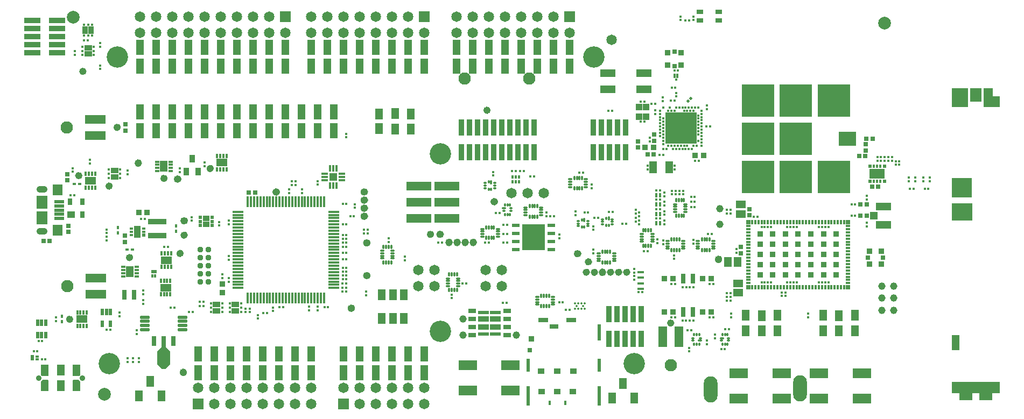
<source format=gts>
G04*
G04 #@! TF.GenerationSoftware,Altium Limited,Altium Designer,21.1.1 (26)*
G04*
G04 Layer_Color=8388736*
%FSLAX24Y24*%
%MOIN*%
G70*
G04*
G04 #@! TF.SameCoordinates,859D0C74-6F1A-4902-9F36-B784FAE930BA*
G04*
G04*
G04 #@! TF.FilePolarity,Negative*
G04*
G01*
G75*
%ADD148C,0.0240*%
%ADD149R,0.0979X0.0610*%
%ADD150R,0.0166X0.0178*%
%ADD151R,0.0178X0.0166*%
%ADD152C,0.0139*%
%ADD153R,0.0926X0.0473*%
%ADD154R,0.0473X0.0454*%
%ADD155R,0.0257X0.0288*%
%ADD156R,0.0355X0.0375*%
%ADD157C,0.0454*%
%ADD158R,0.0434X0.0276*%
%ADD159R,0.0934X0.0462*%
%ADD160O,0.0287X0.0118*%
%ADD161O,0.0118X0.0287*%
%ADD162C,0.0787*%
%ADD163R,0.0462X0.0922*%
%ADD164R,0.0847X0.0847*%
%ADD165R,0.0454X0.0769*%
%ADD166R,0.1949X0.1949*%
%ADD167C,0.0148*%
%ADD168R,0.0359X0.1005*%
%ADD169R,0.0493X0.0257*%
%ADD170R,0.0651X0.0198*%
%ADD171R,0.0651X0.0336*%
%ADD172R,0.0454X0.0690*%
%ADD173R,0.1143X0.0611*%
%ADD174R,0.1312X0.0560*%
%ADD175R,0.0414X0.0336*%
%ADD176R,0.0178X0.0296*%
%ADD177R,0.0237X0.1202*%
%ADD178R,0.0237X0.0808*%
%ADD179R,0.0296X0.0296*%
%ADD180R,0.0355X0.0336*%
%ADD181R,0.0611X0.0257*%
%ADD182R,0.0532X0.0316*%
%ADD183R,0.0237X0.1005*%
%ADD184R,0.1560X0.0560*%
%ADD185R,0.0355X0.0375*%
%ADD186O,0.0157X0.0689*%
%ADD187O,0.0689X0.0157*%
%ADD188R,0.0454X0.0395*%
%ADD189R,0.0296X0.0395*%
%ADD190R,0.0592X0.0217*%
%ADD191R,0.0670X0.0808*%
%ADD192R,0.0611X0.0690*%
%ADD193R,0.0380X0.0360*%
%ADD194R,0.0375X0.0355*%
%ADD195R,0.0288X0.0257*%
%ADD196R,0.0150X0.0130*%
%ADD197R,0.0360X0.0380*%
%ADD198C,0.0138*%
%ADD199R,0.0257X0.0316*%
%ADD200R,0.0493X0.0611*%
%ADD201C,0.0370*%
%ADD202R,0.0316X0.0257*%
%ADD203R,0.0157X0.0252*%
%ADD204R,0.0354X0.0354*%
%ADD205R,0.0252X0.0252*%
%ADD206R,0.0252X0.0157*%
%ADD207R,0.0157X0.0157*%
%ADD208R,0.0242X0.0207*%
%ADD209R,0.0148X0.0207*%
%ADD210O,0.0265X0.0132*%
%ADD211O,0.0132X0.0265*%
%ADD212O,0.0132X0.0304*%
%ADD213R,0.0505X0.0505*%
%ADD214O,0.0434X0.0158*%
%ADD215O,0.0158X0.0434*%
%ADD216R,0.0395X0.0434*%
%ADD217R,0.0316X0.0198*%
%ADD218R,0.0453X0.0323*%
%ADD219R,0.0157X0.0177*%
%ADD220R,0.0256X0.0276*%
%ADD221C,0.0651*%
%ADD222R,0.0296X0.0257*%
%ADD223R,0.0158X0.0296*%
%ADD224R,0.0406X0.0323*%
%ADD225R,0.0220X0.0209*%
%ADD226R,0.0414X0.0769*%
%ADD227R,0.0237X0.0158*%
%ADD228R,0.0237X0.0198*%
%ADD229R,0.1123X0.0375*%
%ADD230R,0.0158X0.0202*%
%ADD231R,0.0257X0.0296*%
%ADD232R,0.0198X0.0414*%
%ADD233O,0.0611X0.0217*%
%ADD234R,0.0296X0.0611*%
%ADD235R,0.0296X0.0729*%
%ADD236R,0.0209X0.0150*%
%ADD237R,0.0209X0.0327*%
%ADD238R,0.0257X0.0257*%
%ADD239R,0.0146X0.0157*%
%ADD240R,0.0150X0.0209*%
%ADD241R,0.0327X0.0209*%
%ADD242R,0.0360X0.0460*%
%ADD243R,0.0157X0.0146*%
%ADD244R,0.0202X0.0158*%
%ADD245R,0.0690X0.0454*%
%ADD246R,0.0158X0.0296*%
%ADD247R,0.0157X0.0244*%
%ADD248R,0.0157X0.0232*%
%ADD249R,0.1063X0.0866*%
%ADD250R,0.2047X0.2047*%
%ADD251R,0.0513X0.0237*%
%ADD252R,0.1399X0.1635*%
%ADD253R,0.0560X0.1312*%
%ADD254O,0.0304X0.0132*%
%ADD255R,0.0118X0.0177*%
%ADD256R,0.0611X0.0493*%
%ADD257R,0.0323X0.0453*%
%ADD258R,0.0177X0.0157*%
G04:AMPARAMS|DCode=259|XSize=15.7mil|YSize=14.6mil|CornerRadius=0mil|HoleSize=0mil|Usage=FLASHONLY|Rotation=315.000|XOffset=0mil|YOffset=0mil|HoleType=Round|Shape=Rectangle|*
%AMROTATEDRECTD259*
4,1,4,-0.0107,0.0004,-0.0004,0.0107,0.0107,-0.0004,0.0004,-0.0107,-0.0107,0.0004,0.0*
%
%ADD259ROTATEDRECTD259*%

%ADD260R,0.0454X0.0690*%
%ADD261R,0.0296X0.0158*%
%ADD262R,0.1005X0.0359*%
%ADD263R,0.0454X0.0690*%
%ADD264C,0.0761*%
%ADD265R,0.0651X0.0651*%
%ADD266O,0.0690X0.0414*%
%ADD267C,0.0354*%
%ADD268O,0.0847X0.1635*%
%ADD269C,0.1320*%
G36*
X59502Y19219D02*
X58832D01*
Y20046D01*
X59502D01*
Y19219D01*
D02*
G37*
G36*
X60210Y19554D02*
X60637D01*
Y18904D01*
X59659D01*
Y20046D01*
X60210D01*
Y19554D01*
D02*
G37*
G36*
X58675Y18904D02*
X57691D01*
Y20046D01*
X58675D01*
Y18904D01*
D02*
G37*
G36*
X58931Y13274D02*
X57691D01*
Y14495D01*
X58931D01*
Y13274D01*
D02*
G37*
G36*
X58950Y11845D02*
X57691D01*
Y12920D01*
X58950D01*
Y11845D01*
D02*
G37*
G36*
X58163Y3806D02*
X57691D01*
Y4751D01*
X58163D01*
Y3806D01*
D02*
G37*
G36*
X3686Y2918D02*
X3690Y2916D01*
X3695Y2915D01*
X3697Y2913D01*
X3699Y2912D01*
X3702Y2909D01*
Y2909D01*
X3702D01*
X3705Y2905D01*
X3706Y2904D01*
X3708Y2901D01*
X3710Y2897D01*
X3711Y2893D01*
X3711Y2888D01*
D01*
Y2888D01*
X3711Y2322D01*
X3711Y2317D01*
X3710Y2312D01*
X3708Y2308D01*
X3706Y2305D01*
X3705Y2304D01*
X3702Y2300D01*
X3639Y2237D01*
X3635Y2234D01*
X3631Y2231D01*
X3629Y2230D01*
X3627Y2229D01*
X3622Y2228D01*
X3617Y2228D01*
X3287Y2228D01*
X3287D01*
X3287D01*
X3283Y2228D01*
X3278Y2229D01*
X3276Y2230D01*
X3274Y2231D01*
X3270Y2234D01*
X3266Y2237D01*
Y2237D01*
X3266D01*
X3263Y2240D01*
X3261Y2244D01*
X3260Y2247D01*
X3259Y2249D01*
X3258Y2253D01*
X3257Y2258D01*
Y2258D01*
Y2258D01*
Y2888D01*
X3258Y2893D01*
X3259Y2897D01*
X3261Y2901D01*
X3263Y2905D01*
X3266Y2909D01*
X3270Y2912D01*
X3274Y2915D01*
X3278Y2916D01*
X3283Y2918D01*
X3287Y2918D01*
X3681D01*
D01*
X3681D01*
X3686Y2918D01*
D02*
G37*
G36*
X1717D02*
X1722Y2916D01*
X1726Y2915D01*
X1730Y2912D01*
X1734Y2909D01*
X1737Y2905D01*
X1739Y2901D01*
X1741Y2897D01*
X1742Y2893D01*
X1743Y2888D01*
Y2258D01*
Y2258D01*
Y2258D01*
X1742Y2253D01*
X1741Y2249D01*
X1740Y2247D01*
X1739Y2244D01*
X1737Y2240D01*
X1734Y2237D01*
X1734D01*
Y2237D01*
X1730Y2234D01*
X1726Y2231D01*
X1724Y2230D01*
X1722Y2229D01*
X1717Y2228D01*
X1713Y2228D01*
X1713D01*
X1713D01*
X1383Y2228D01*
X1378Y2228D01*
X1373Y2229D01*
X1371Y2230D01*
X1369Y2231D01*
X1365Y2234D01*
X1361Y2237D01*
X1298Y2300D01*
X1295Y2304D01*
X1294Y2305D01*
X1292Y2308D01*
X1290Y2312D01*
X1289Y2317D01*
X1289Y2322D01*
X1289Y2888D01*
Y2888D01*
D01*
X1289Y2893D01*
X1290Y2897D01*
X1292Y2901D01*
X1294Y2904D01*
X1295Y2905D01*
X1298Y2909D01*
X1298D01*
Y2909D01*
X1301Y2912D01*
X1303Y2913D01*
X1305Y2915D01*
X1310Y2916D01*
X1314Y2918D01*
X1319Y2918D01*
X1319D01*
D01*
X1713D01*
X1717Y2918D01*
D02*
G37*
G36*
X9000Y4024D02*
X9005Y4023D01*
X9009Y4021D01*
X9013Y4019D01*
X9017Y4016D01*
X9273Y3760D01*
X9276Y3756D01*
X9278Y3752D01*
X9280Y3748D01*
X9281Y3743D01*
X9281Y3738D01*
Y2951D01*
X9281Y2946D01*
X9280Y2942D01*
X9278Y2937D01*
X9276Y2933D01*
X9273Y2930D01*
X9017Y2674D01*
X9013Y2671D01*
X9009Y2668D01*
X9005Y2667D01*
X9000Y2665D01*
X8995Y2665D01*
X8759D01*
X8754Y2665D01*
X8750Y2667D01*
X8745Y2668D01*
X8741Y2671D01*
X8738Y2674D01*
X8482Y2930D01*
X8479Y2933D01*
X8476Y2937D01*
X8475Y2942D01*
X8473Y2946D01*
X8473Y2951D01*
Y3738D01*
X8473Y3743D01*
X8475Y3748D01*
X8476Y3752D01*
X8479Y3756D01*
X8482Y3760D01*
X8738Y4016D01*
X8741Y4019D01*
X8745Y4021D01*
X8750Y4023D01*
X8754Y4024D01*
X8759Y4024D01*
X8995D01*
X9000Y4024D01*
D02*
G37*
G36*
X3617Y1973D02*
X3622Y1973D01*
X3627Y1972D01*
X3629Y1971D01*
X3631Y1970D01*
X3635Y1967D01*
X3639Y1964D01*
X3702Y1901D01*
X3705Y1897D01*
X3706Y1895D01*
X3708Y1893D01*
X3710Y1889D01*
X3711Y1884D01*
X3711Y1879D01*
X3711Y1313D01*
Y1313D01*
D01*
X3711Y1308D01*
X3710Y1304D01*
X3708Y1299D01*
X3706Y1297D01*
X3705Y1295D01*
X3702Y1292D01*
X3702D01*
Y1292D01*
X3699Y1289D01*
X3697Y1288D01*
X3695Y1286D01*
X3690Y1284D01*
X3686Y1283D01*
X3681Y1283D01*
X3681D01*
D01*
X3287D01*
X3283Y1283D01*
X3278Y1284D01*
X3274Y1286D01*
X3270Y1289D01*
X3266Y1292D01*
X3263Y1295D01*
X3261Y1299D01*
X3259Y1304D01*
X3258Y1308D01*
X3257Y1313D01*
Y1943D01*
Y1943D01*
Y1943D01*
X3258Y1948D01*
X3259Y1952D01*
X3260Y1954D01*
X3261Y1957D01*
X3263Y1961D01*
X3266Y1964D01*
X3266D01*
Y1964D01*
X3270Y1967D01*
X3274Y1970D01*
X3276Y1971D01*
X3278Y1972D01*
X3283Y1973D01*
X3287Y1973D01*
X3287D01*
X3287D01*
X3617Y1973D01*
D02*
G37*
G36*
X1717Y1973D02*
X1722Y1972D01*
X1724Y1971D01*
X1726Y1970D01*
X1730Y1967D01*
X1734Y1964D01*
Y1964D01*
X1734D01*
X1737Y1961D01*
X1739Y1957D01*
X1740Y1954D01*
X1741Y1952D01*
X1742Y1948D01*
X1743Y1943D01*
Y1943D01*
Y1943D01*
Y1313D01*
X1742Y1308D01*
X1741Y1304D01*
X1739Y1299D01*
X1737Y1295D01*
X1734Y1292D01*
X1730Y1289D01*
X1726Y1286D01*
X1722Y1284D01*
X1717Y1283D01*
X1713Y1283D01*
X1319D01*
D01*
X1319D01*
X1314Y1283D01*
X1310Y1284D01*
X1305Y1286D01*
X1303Y1288D01*
X1301Y1289D01*
X1298Y1292D01*
Y1292D01*
X1298D01*
X1295Y1295D01*
X1294Y1297D01*
X1292Y1299D01*
X1290Y1304D01*
X1289Y1308D01*
X1289Y1313D01*
D01*
Y1313D01*
X1289Y1879D01*
X1289Y1884D01*
X1290Y1889D01*
X1292Y1893D01*
X1294Y1895D01*
X1295Y1897D01*
X1298Y1901D01*
X1361Y1964D01*
X1365Y1967D01*
X1369Y1970D01*
X1371Y1971D01*
X1373Y1972D01*
X1378Y1973D01*
X1383Y1973D01*
X1713Y1973D01*
X1713D01*
X1713D01*
X1717Y1973D01*
D02*
G37*
G36*
X60643Y1148D02*
X60171D01*
Y715D01*
X59384D01*
Y1148D01*
X58950D01*
Y715D01*
X58163D01*
Y1148D01*
X57691D01*
Y1857D01*
X60643D01*
Y1148D01*
D02*
G37*
D148*
X6110Y17631D02*
G03*
X6110Y17631I-110J0D01*
G01*
X7419Y15424D02*
G03*
X7419Y15424I-110J0D01*
G01*
Y15402D02*
G03*
X7419Y15402I-110J0D01*
G01*
X36160Y8639D02*
G03*
X36160Y8639I-110J0D01*
G01*
Y8661D02*
G03*
X36160Y8661I-110J0D01*
G01*
X10271Y11844D02*
G03*
X10271Y11844I-110J0D01*
G01*
X10249D02*
G03*
X10249Y11844I-110J0D01*
G01*
X10006Y9817D02*
G03*
X10006Y9817I-110J0D01*
G01*
X9867Y14424D02*
G03*
X9867Y14424I-110J0D01*
G01*
X9845D02*
G03*
X9845Y14424I-110J0D01*
G01*
X3735Y14639D02*
G03*
X3735Y14639I-110J0D01*
G01*
X34609Y9800D02*
G03*
X34609Y9800I-110J0D01*
G01*
X34631D02*
G03*
X34631Y9800I-110J0D01*
G01*
X40387Y5502D02*
G03*
X40387Y5502I-110J0D01*
G01*
X29470Y13022D02*
G03*
X29470Y13022I-110J0D01*
G01*
X29448D02*
G03*
X29448Y13022I-110J0D01*
G01*
X43348Y9461D02*
G03*
X43348Y9461I-110J0D01*
G01*
Y9439D02*
G03*
X43348Y9439I-110J0D01*
G01*
X35660Y8649D02*
G03*
X35660Y8649I-110J0D01*
G01*
X36660Y8651D02*
G03*
X36660Y8651I-110J0D01*
G01*
X37660D02*
G03*
X37660Y8651I-110J0D01*
G01*
X37160D02*
G03*
X37160Y8651I-110J0D01*
G01*
X35160D02*
G03*
X35160Y8651I-110J0D01*
G01*
X29011Y18690D02*
G03*
X29011Y18690I-110J0D01*
G01*
X9011Y14470D02*
G03*
X9011Y14470I-110J0D01*
G01*
X11870Y15081D02*
G03*
X11870Y15081I-110J0D01*
G01*
X6879Y9560D02*
G03*
X6879Y9560I-110J0D01*
G01*
X3170Y5739D02*
G03*
X3170Y5739I-110J0D01*
G01*
X10210Y2439D02*
G03*
X10210Y2439I-110J0D01*
G01*
Y2461D02*
G03*
X10210Y2461I-110J0D01*
G01*
X10259Y10950D02*
G03*
X10259Y10950I-110J0D01*
G01*
X26660Y10511D02*
G03*
X26660Y10511I-110J0D01*
G01*
Y10489D02*
G03*
X26660Y10489I-110J0D01*
G01*
X27160Y10511D02*
G03*
X27160Y10511I-110J0D01*
G01*
Y10489D02*
G03*
X27160Y10489I-110J0D01*
G01*
X27660Y10511D02*
G03*
X27660Y10511I-110J0D01*
G01*
Y10489D02*
G03*
X27660Y10489I-110J0D01*
G01*
X28160Y10511D02*
G03*
X28160Y10511I-110J0D01*
G01*
Y10489D02*
G03*
X28160Y10489I-110J0D01*
G01*
X21561Y10474D02*
G03*
X21561Y10474I-110J0D01*
G01*
X21583D02*
G03*
X21583Y10474I-110J0D01*
G01*
X21401Y12120D02*
G03*
X21401Y12120I-110J0D01*
G01*
X21423D02*
G03*
X21423Y12120I-110J0D01*
G01*
X15948Y13622D02*
G03*
X15948Y13622I-110J0D01*
G01*
X15970D02*
G03*
X15970Y13622I-110J0D01*
G01*
X21401Y12620D02*
G03*
X21401Y12620I-110J0D01*
G01*
X21423D02*
G03*
X21423Y12620I-110J0D01*
G01*
X21401Y13120D02*
G03*
X21401Y13120I-110J0D01*
G01*
X21423D02*
G03*
X21423Y13120I-110J0D01*
G01*
X21401Y13628D02*
G03*
X21401Y13628I-110J0D01*
G01*
X21423D02*
G03*
X21423Y13628I-110J0D01*
G01*
X21561Y8445D02*
G03*
X21561Y8445I-110J0D01*
G01*
X21583D02*
G03*
X21583Y8445I-110J0D01*
G01*
X20599Y6420D02*
G03*
X20599Y6420I-110J0D01*
G01*
X20621D02*
G03*
X20621Y6420I-110J0D01*
G01*
X26121Y11000D02*
G03*
X26121Y11000I-110J0D01*
G01*
X26099D02*
G03*
X26099Y11000I-110J0D01*
G01*
X25509D02*
G03*
X25509Y11000I-110J0D01*
G01*
X3990Y21101D02*
G03*
X3990Y21101I-110J0D01*
G01*
X5616Y13990D02*
G03*
X5616Y13990I-110J0D01*
G01*
X35291Y9296D02*
G03*
X35291Y9296I-110J0D01*
G01*
D149*
X53050Y14750D02*
D03*
D150*
X29915Y10480D02*
D03*
X30140D02*
D03*
Y11599D02*
D03*
X29915D02*
D03*
X41411Y24263D02*
D03*
X41187Y24263D02*
D03*
X40726Y21151D02*
D03*
X40501D02*
D03*
X10458Y6190D02*
D03*
X10682D02*
D03*
X31588Y14580D02*
D03*
X31812D02*
D03*
X38522Y7410D02*
D03*
X38298D02*
D03*
X28788Y10480D02*
D03*
X45652Y12090D02*
D03*
X45428D02*
D03*
X55322Y13826D02*
D03*
X43746Y7343D02*
D03*
X43970D02*
D03*
X42907Y5854D02*
D03*
X42682D02*
D03*
X42907Y7921D02*
D03*
X42682D02*
D03*
X40545Y5854D02*
D03*
X40320D02*
D03*
X40545Y7921D02*
D03*
X40320D02*
D03*
X41232Y5650D02*
D03*
X41008D02*
D03*
X41672D02*
D03*
X41448D02*
D03*
X41012Y7717D02*
D03*
X41237D02*
D03*
X41452D02*
D03*
X41677D02*
D03*
X43408Y3890D02*
D03*
X43632D02*
D03*
X31182Y14920D02*
D03*
X30958D02*
D03*
X41762Y12690D02*
D03*
X41538D02*
D03*
X41762Y13010D02*
D03*
X41538D02*
D03*
X41762Y13330D02*
D03*
X41538D02*
D03*
X21288Y11065D02*
D03*
X21512D02*
D03*
X21288Y11300D02*
D03*
X21512D02*
D03*
X20194Y11615D02*
D03*
X19969D02*
D03*
X20194Y10947D02*
D03*
X19969D02*
D03*
X20194Y10710D02*
D03*
X19969D02*
D03*
X20194Y10474D02*
D03*
X19969D02*
D03*
X20194Y9843D02*
D03*
X19969D02*
D03*
Y9449D02*
D03*
X20194D02*
D03*
Y8919D02*
D03*
X19969D02*
D03*
X20194Y8682D02*
D03*
X19969D02*
D03*
X20194Y8445D02*
D03*
X19969D02*
D03*
X20194Y8208D02*
D03*
X19969D02*
D03*
X19966Y7950D02*
D03*
X20190D02*
D03*
X19966Y7700D02*
D03*
X20190D02*
D03*
X19966Y7454D02*
D03*
X20190D02*
D03*
X9152Y10210D02*
D03*
X8928D02*
D03*
X1338Y3250D02*
D03*
X1562D02*
D03*
X11351Y6813D02*
D03*
X11127D02*
D03*
X1062Y3750D02*
D03*
X838D02*
D03*
X9318Y6440D02*
D03*
X9542D02*
D03*
X39612Y13720D02*
D03*
X39388D02*
D03*
X39612Y13140D02*
D03*
X39388D02*
D03*
X39612Y12560D02*
D03*
X39388D02*
D03*
X39612Y11980D02*
D03*
X39388D02*
D03*
X43872Y5130D02*
D03*
X43648D02*
D03*
X41318Y5050D02*
D03*
X41542D02*
D03*
X36418Y18670D02*
D03*
X36642D02*
D03*
X27388Y7970D02*
D03*
X27612D02*
D03*
X34618Y14830D02*
D03*
X34842D02*
D03*
X25888Y10500D02*
D03*
X26112D02*
D03*
X20194Y12902D02*
D03*
X19969D02*
D03*
X37298Y11640D02*
D03*
X37522D02*
D03*
X35772Y12010D02*
D03*
X35548D02*
D03*
X29012Y10480D02*
D03*
X42578Y11010D02*
D03*
X42802D02*
D03*
X41777Y15542D02*
D03*
X42002D02*
D03*
X55098Y13826D02*
D03*
X3948Y23010D02*
D03*
X4172D02*
D03*
X15282Y6120D02*
D03*
X15058D02*
D03*
X20438Y12124D02*
D03*
X20662D02*
D03*
D151*
X33386Y10750D02*
D03*
Y10975D02*
D03*
X54203Y15310D02*
D03*
Y15534D02*
D03*
X56332Y14511D02*
D03*
X56332Y14286D02*
D03*
X40600Y19548D02*
D03*
Y19772D02*
D03*
X40590Y13702D02*
D03*
Y13478D02*
D03*
X2220Y5638D02*
D03*
Y5863D02*
D03*
X4325Y15623D02*
D03*
Y15398D02*
D03*
X47150Y7402D02*
D03*
Y7178D02*
D03*
X41430Y3747D02*
D03*
Y3972D02*
D03*
X38010Y8188D02*
D03*
Y8412D02*
D03*
Y8862D02*
D03*
Y8638D02*
D03*
X13960Y6178D02*
D03*
Y6402D02*
D03*
X20170Y17232D02*
D03*
Y17008D02*
D03*
X53524Y15566D02*
D03*
Y15790D02*
D03*
X7600Y7288D02*
D03*
Y7513D02*
D03*
Y6913D02*
D03*
Y6688D02*
D03*
X7334Y3318D02*
D03*
Y3094D02*
D03*
X6980Y3088D02*
D03*
Y3313D02*
D03*
X6650Y3088D02*
D03*
Y3313D02*
D03*
X6152Y6163D02*
D03*
Y5938D02*
D03*
X5363Y11303D02*
D03*
Y11078D02*
D03*
Y10863D02*
D03*
Y10638D02*
D03*
X10606Y12067D02*
D03*
Y11843D02*
D03*
X12300Y11543D02*
D03*
Y11767D02*
D03*
X38330Y12128D02*
D03*
Y12352D02*
D03*
X38100Y12512D02*
D03*
Y12288D02*
D03*
X38330Y11618D02*
D03*
Y11842D02*
D03*
X38100Y12022D02*
D03*
Y11798D02*
D03*
X39440Y10692D02*
D03*
Y10468D02*
D03*
X40480Y9478D02*
D03*
Y9702D02*
D03*
X40820Y13702D02*
D03*
Y13478D02*
D03*
X40360Y13478D02*
D03*
Y13702D02*
D03*
X54429Y15534D02*
D03*
Y15310D02*
D03*
X14220Y6402D02*
D03*
Y6178D02*
D03*
X35470Y11502D02*
D03*
Y11278D02*
D03*
X34380Y12188D02*
D03*
Y12412D02*
D03*
X14730Y6002D02*
D03*
Y5778D02*
D03*
X21400Y7238D02*
D03*
Y7463D02*
D03*
X6635Y14956D02*
D03*
Y14732D02*
D03*
X16824Y14059D02*
D03*
Y14283D02*
D03*
X17061Y14059D02*
D03*
Y14283D02*
D03*
X15663Y6246D02*
D03*
Y6471D02*
D03*
X12500Y8288D02*
D03*
Y8512D02*
D03*
X3396Y22353D02*
D03*
Y22128D02*
D03*
X4955Y21242D02*
D03*
Y21467D02*
D03*
X4946Y22638D02*
D03*
Y22863D02*
D03*
X18419Y6521D02*
D03*
Y6296D02*
D03*
X17875Y6521D02*
D03*
Y6296D02*
D03*
X23800Y9388D02*
D03*
Y9613D02*
D03*
X20700Y12642D02*
D03*
Y12867D02*
D03*
X48782Y5855D02*
D03*
Y6080D02*
D03*
X44004Y5856D02*
D03*
Y6080D02*
D03*
D152*
X6000Y17507D02*
D03*
Y17753D02*
D03*
X7309Y15546D02*
D03*
Y15280D02*
D03*
X36050Y8517D02*
D03*
Y8783D02*
D03*
X10283Y11844D02*
D03*
X10017D02*
D03*
X9896Y9941D02*
D03*
Y9695D02*
D03*
X9879Y14424D02*
D03*
X9613D02*
D03*
X3625Y14763D02*
D03*
Y14517D02*
D03*
X34377Y9800D02*
D03*
X34643D02*
D03*
X40399Y5502D02*
D03*
X40153D02*
D03*
X29482Y13022D02*
D03*
X29216D02*
D03*
X43238Y9317D02*
D03*
Y9583D02*
D03*
X35550Y8527D02*
D03*
Y8773D02*
D03*
X36550D02*
D03*
Y8527D02*
D03*
X37550Y8773D02*
D03*
Y8527D02*
D03*
X37050Y8773D02*
D03*
Y8527D02*
D03*
X35050Y8773D02*
D03*
Y8527D02*
D03*
X29023Y18690D02*
D03*
X28777D02*
D03*
X9023Y14470D02*
D03*
X8777D02*
D03*
X11760Y14957D02*
D03*
Y15203D02*
D03*
X6647Y9560D02*
D03*
X6893D02*
D03*
X3060Y5617D02*
D03*
Y5863D02*
D03*
X10100Y2317D02*
D03*
Y2583D02*
D03*
X10273Y10950D02*
D03*
X10027D02*
D03*
X26550Y10633D02*
D03*
Y10367D02*
D03*
X27050Y10633D02*
D03*
Y10367D02*
D03*
X27550Y10633D02*
D03*
Y10367D02*
D03*
X28050Y10633D02*
D03*
Y10367D02*
D03*
X21329Y10474D02*
D03*
X21595D02*
D03*
X21169Y12120D02*
D03*
X21435D02*
D03*
X15716Y13622D02*
D03*
X15982D02*
D03*
X21169Y12620D02*
D03*
X21435D02*
D03*
X21169Y13120D02*
D03*
X21435D02*
D03*
X21169Y13628D02*
D03*
X21435D02*
D03*
X21329Y8445D02*
D03*
X21595D02*
D03*
X20367Y6420D02*
D03*
X20633D02*
D03*
X26133Y11000D02*
D03*
X25867D02*
D03*
X25277D02*
D03*
X25523D02*
D03*
X3880Y20977D02*
D03*
Y21223D02*
D03*
X5382Y13990D02*
D03*
X5628D02*
D03*
X35057Y9296D02*
D03*
X35303D02*
D03*
D153*
X53437Y12738D02*
D03*
Y11577D02*
D03*
D154*
X52837Y12157D02*
D03*
D155*
X40501Y22327D02*
D03*
Y21414D02*
D03*
D156*
X40905Y22244D02*
D03*
X40098D02*
D03*
Y21496D02*
D03*
X40905Y21496D02*
D03*
D157*
X53346Y7799D02*
D03*
X27407Y5740D02*
D03*
Y4740D02*
D03*
X53346Y6299D02*
D03*
X54096D02*
D03*
X53346Y7049D02*
D03*
X54096D02*
D03*
Y7799D02*
D03*
X43307Y11614D02*
D03*
Y12598D02*
D03*
X30707Y4740D02*
D03*
D158*
X43255Y24263D02*
D03*
Y24775D02*
D03*
X42073Y24263D02*
D03*
Y24775D02*
D03*
D159*
X38612Y21000D02*
D03*
X36388D02*
D03*
X38612Y20000D02*
D03*
X36388D02*
D03*
D160*
X35029Y14406D02*
D03*
Y14249D02*
D03*
Y14091D02*
D03*
Y13934D02*
D03*
X34065D02*
D03*
Y14091D02*
D03*
Y14249D02*
D03*
Y14406D02*
D03*
X40082Y10112D02*
D03*
Y10270D02*
D03*
Y10427D02*
D03*
Y10585D02*
D03*
X41047D02*
D03*
Y10427D02*
D03*
Y10270D02*
D03*
Y10112D02*
D03*
X26475Y7799D02*
D03*
Y7956D02*
D03*
Y8114D02*
D03*
Y8271D02*
D03*
X27125D02*
D03*
Y8114D02*
D03*
Y7956D02*
D03*
Y7799D02*
D03*
X32262Y12666D02*
D03*
Y12509D02*
D03*
Y12351D02*
D03*
Y12194D02*
D03*
X31298D02*
D03*
Y12351D02*
D03*
Y12509D02*
D03*
Y12666D02*
D03*
X28613Y11181D02*
D03*
X38485Y10544D02*
D03*
Y10701D02*
D03*
Y10859D02*
D03*
Y11016D02*
D03*
X39135Y11016D02*
D03*
Y10859D02*
D03*
Y10701D02*
D03*
Y10544D02*
D03*
X41185Y12866D02*
D03*
Y12709D02*
D03*
Y12551D02*
D03*
Y12394D02*
D03*
X40535D02*
D03*
X40535Y12551D02*
D03*
Y12709D02*
D03*
Y12866D02*
D03*
X32982Y7116D02*
D03*
Y6958D02*
D03*
Y6801D02*
D03*
Y6643D02*
D03*
X32018D02*
D03*
Y6801D02*
D03*
Y6958D02*
D03*
Y7116D02*
D03*
X35804Y9346D02*
D03*
Y9503D02*
D03*
Y9661D02*
D03*
Y9818D02*
D03*
X36769D02*
D03*
Y9661D02*
D03*
Y9503D02*
D03*
Y9346D02*
D03*
X23059Y9983D02*
D03*
Y9826D02*
D03*
Y9668D02*
D03*
Y9511D02*
D03*
X22410D02*
D03*
Y9668D02*
D03*
Y9826D02*
D03*
Y9983D02*
D03*
X29578Y11339D02*
D03*
Y11181D02*
D03*
Y11024D02*
D03*
Y10866D02*
D03*
X28613D02*
D03*
Y11024D02*
D03*
Y11339D02*
D03*
X41965Y10112D02*
D03*
Y10270D02*
D03*
Y10427D02*
D03*
Y10585D02*
D03*
X42930D02*
D03*
Y10427D02*
D03*
Y10270D02*
D03*
Y10112D02*
D03*
D161*
X34783Y13845D02*
D03*
X34626D02*
D03*
X34468D02*
D03*
X34311D02*
D03*
Y14495D02*
D03*
X34468D02*
D03*
X34626D02*
D03*
X34783D02*
D03*
X40328Y10673D02*
D03*
X40486D02*
D03*
X40643D02*
D03*
X40800D02*
D03*
Y10024D02*
D03*
X40643D02*
D03*
X40486D02*
D03*
X40328D02*
D03*
X27036Y7553D02*
D03*
X26879D02*
D03*
X26721D02*
D03*
X26564D02*
D03*
Y8517D02*
D03*
X26721D02*
D03*
X26879D02*
D03*
X27036D02*
D03*
X32016Y12105D02*
D03*
X31859D02*
D03*
X31701D02*
D03*
X31544D02*
D03*
Y12755D02*
D03*
X31701Y12755D02*
D03*
X31859D02*
D03*
X32016D02*
D03*
X39046Y10298D02*
D03*
X38889D02*
D03*
X38731D02*
D03*
X38574D02*
D03*
Y11262D02*
D03*
X38731D02*
D03*
X38889D02*
D03*
X39046D02*
D03*
X40624Y13112D02*
D03*
X40781D02*
D03*
X40939D02*
D03*
X41096D02*
D03*
Y12148D02*
D03*
X40939D02*
D03*
X40781D02*
D03*
X40624D02*
D03*
X32736Y6555D02*
D03*
X32579D02*
D03*
X32421D02*
D03*
X32264D02*
D03*
Y7204D02*
D03*
X32421D02*
D03*
X32579D02*
D03*
X32736D02*
D03*
X36050Y9907D02*
D03*
X36208D02*
D03*
X36365D02*
D03*
X36523D02*
D03*
Y9257D02*
D03*
X36365D02*
D03*
X36208D02*
D03*
X36050D02*
D03*
X22498Y10229D02*
D03*
X22656D02*
D03*
X22813D02*
D03*
X22971D02*
D03*
Y9265D02*
D03*
X22813D02*
D03*
X22656D02*
D03*
X22498D02*
D03*
X29332Y10778D02*
D03*
X29174D02*
D03*
X29017D02*
D03*
X28859D02*
D03*
Y11427D02*
D03*
X29017D02*
D03*
X29174D02*
D03*
X29332D02*
D03*
X42211Y10673D02*
D03*
X42369D02*
D03*
X42526D02*
D03*
X42684D02*
D03*
Y10024D02*
D03*
X42526D02*
D03*
X42369D02*
D03*
X42211D02*
D03*
D162*
X3282Y24450D02*
D03*
X5200Y1100D02*
D03*
X53500Y24100D02*
D03*
D163*
X31000Y21424D02*
D03*
Y22577D02*
D03*
X27000Y21424D02*
D03*
X30000D02*
D03*
X29000Y21424D02*
D03*
X34000Y21424D02*
D03*
X33000D02*
D03*
X27000Y22577D02*
D03*
X30000D02*
D03*
X29000D02*
D03*
X34000D02*
D03*
X33000D02*
D03*
X28000Y21424D02*
D03*
X32000D02*
D03*
X28000Y22577D02*
D03*
X32000D02*
D03*
X7400Y21424D02*
D03*
X13400D02*
D03*
X7400Y22577D02*
D03*
X13400D02*
D03*
X8400Y21424D02*
D03*
X9400Y21424D02*
D03*
X11400D02*
D03*
X12400D02*
D03*
X15400D02*
D03*
X16400D02*
D03*
X8400Y22577D02*
D03*
X9400D02*
D03*
X11400D02*
D03*
X12400D02*
D03*
X15400D02*
D03*
X16400D02*
D03*
X10400Y21424D02*
D03*
X14400Y21424D02*
D03*
X10400Y22577D02*
D03*
X14400D02*
D03*
X14000Y3577D02*
D03*
Y2424D02*
D03*
X18000Y3577D02*
D03*
X15000D02*
D03*
X16000Y3577D02*
D03*
X11000Y3577D02*
D03*
X12000D02*
D03*
X18000Y2424D02*
D03*
X15000D02*
D03*
X16000D02*
D03*
X11000D02*
D03*
X12000D02*
D03*
X17000Y3577D02*
D03*
X13000D02*
D03*
X17000Y2424D02*
D03*
X13000D02*
D03*
X23000Y3577D02*
D03*
X23000Y2424D02*
D03*
X25000Y3577D02*
D03*
X24000D02*
D03*
X21000D02*
D03*
X20000D02*
D03*
X25000Y2424D02*
D03*
X24000D02*
D03*
X21000D02*
D03*
X20000D02*
D03*
X22000Y3577D02*
D03*
Y2424D02*
D03*
X19400Y18577D02*
D03*
Y17424D02*
D03*
X18400Y18577D02*
D03*
Y17424D02*
D03*
X17400Y18577D02*
D03*
Y17424D02*
D03*
X13400Y18577D02*
D03*
Y17424D02*
D03*
X14400Y18577D02*
D03*
Y17424D02*
D03*
X8400Y18577D02*
D03*
Y17424D02*
D03*
X9400D02*
D03*
Y18577D02*
D03*
X10400Y17424D02*
D03*
Y18577D02*
D03*
X12400Y17424D02*
D03*
Y18577D02*
D03*
X11400Y17424D02*
D03*
Y18577D02*
D03*
X7400D02*
D03*
Y17424D02*
D03*
X16400D02*
D03*
Y18577D02*
D03*
X15400Y17424D02*
D03*
Y18577D02*
D03*
X22000Y21424D02*
D03*
Y22577D02*
D03*
X18000Y21424D02*
D03*
X21000D02*
D03*
X20000Y21424D02*
D03*
X25000Y21424D02*
D03*
X24000D02*
D03*
X18000Y22577D02*
D03*
X21000D02*
D03*
X20000D02*
D03*
X25000D02*
D03*
X24000D02*
D03*
X19000Y21424D02*
D03*
X23000D02*
D03*
X19000Y22577D02*
D03*
X23000D02*
D03*
D164*
X58266Y12400D02*
D03*
Y13900D02*
D03*
D165*
X39188Y15150D02*
D03*
X40172D02*
D03*
D166*
X40903Y17583D02*
D03*
D167*
X42183Y18666D02*
D03*
Y18469D02*
D03*
Y18272D02*
D03*
Y18075D02*
D03*
Y17878D02*
D03*
Y17681D02*
D03*
Y17485D02*
D03*
Y17288D02*
D03*
Y17091D02*
D03*
Y16894D02*
D03*
Y16697D02*
D03*
Y16500D02*
D03*
X41986Y18863D02*
D03*
Y18370D02*
D03*
Y18174D02*
D03*
Y17977D02*
D03*
Y17780D02*
D03*
Y17583D02*
D03*
Y17386D02*
D03*
Y17189D02*
D03*
Y16796D02*
D03*
X41887Y16500D02*
D03*
X41789Y18863D02*
D03*
X41691Y18666D02*
D03*
Y16500D02*
D03*
X41592Y18863D02*
D03*
Y16304D02*
D03*
X41494Y18666D02*
D03*
X41395Y18863D02*
D03*
Y16304D02*
D03*
X41297Y18666D02*
D03*
Y16500D02*
D03*
X41198Y18863D02*
D03*
Y16304D02*
D03*
X41100Y18666D02*
D03*
Y16500D02*
D03*
X41002Y18863D02*
D03*
Y16304D02*
D03*
X40903Y16500D02*
D03*
X40805Y18863D02*
D03*
Y16304D02*
D03*
X40706Y16500D02*
D03*
X40608Y18863D02*
D03*
Y16304D02*
D03*
X40509Y18666D02*
D03*
Y16500D02*
D03*
X40411Y16304D02*
D03*
X40313Y18666D02*
D03*
Y16500D02*
D03*
X40214Y18863D02*
D03*
X40116Y16500D02*
D03*
X40017Y16304D02*
D03*
X40116Y18666D02*
D03*
X39820Y18863D02*
D03*
Y18174D02*
D03*
Y17977D02*
D03*
Y17780D02*
D03*
Y17583D02*
D03*
Y17386D02*
D03*
Y17189D02*
D03*
Y16993D02*
D03*
Y16796D02*
D03*
Y16599D02*
D03*
Y16304D02*
D03*
X39624Y18666D02*
D03*
Y18272D02*
D03*
Y18075D02*
D03*
Y17878D02*
D03*
Y17681D02*
D03*
Y17485D02*
D03*
Y17288D02*
D03*
Y17091D02*
D03*
Y18469D02*
D03*
D168*
X29300Y16083D02*
D03*
X28800D02*
D03*
X28300D02*
D03*
X27800D02*
D03*
X27300D02*
D03*
X29300Y17618D02*
D03*
X28800D02*
D03*
X28300D02*
D03*
X27800D02*
D03*
X27300D02*
D03*
X36450Y6068D02*
D03*
X36950D02*
D03*
X37450D02*
D03*
X37950D02*
D03*
X38450D02*
D03*
X36450Y4533D02*
D03*
X36950D02*
D03*
X37450D02*
D03*
X37950D02*
D03*
X38450D02*
D03*
X31300Y17618D02*
D03*
X30800D02*
D03*
X29800D02*
D03*
X31800Y16083D02*
D03*
X31300D02*
D03*
X30800D02*
D03*
X30300D02*
D03*
X29800D02*
D03*
X31800Y17618D02*
D03*
X30300D02*
D03*
X37486Y16083D02*
D03*
X36986D02*
D03*
X36486D02*
D03*
X35986D02*
D03*
X35486D02*
D03*
X37486Y17618D02*
D03*
X36986D02*
D03*
X36486D02*
D03*
X35986D02*
D03*
X35486D02*
D03*
D169*
X30140Y4740D02*
D03*
Y5240D02*
D03*
Y5740D02*
D03*
Y6240D02*
D03*
X27974Y4740D02*
D03*
Y5240D02*
D03*
Y5740D02*
D03*
Y6240D02*
D03*
D170*
X28683Y4809D02*
D03*
X29431D02*
D03*
Y6172D02*
D03*
X28683D02*
D03*
D171*
X29431Y5740D02*
D03*
X28683D02*
D03*
X29431Y5240D02*
D03*
X28683D02*
D03*
D172*
X23764Y5803D02*
D03*
X23075D02*
D03*
X22386D02*
D03*
Y7259D02*
D03*
X23075D02*
D03*
X23764D02*
D03*
X44921Y5984D02*
D03*
X45906Y5039D02*
D03*
X46890Y5984D02*
D03*
X37323Y1752D02*
D03*
X36634Y846D02*
D03*
X38012D02*
D03*
X22216Y18472D02*
D03*
X23200Y17528D02*
D03*
X24184Y18472D02*
D03*
X8048Y1880D02*
D03*
X7359Y974D02*
D03*
X8737D02*
D03*
X2500Y2573D02*
D03*
Y1628D02*
D03*
X24184Y17528D02*
D03*
X49703Y5984D02*
D03*
X50687Y5039D02*
D03*
X51672Y5984D02*
D03*
D173*
X30359Y1313D02*
D03*
Y2887D02*
D03*
X27701Y1313D02*
D03*
Y2887D02*
D03*
X49459Y2388D02*
D03*
Y813D02*
D03*
X52116Y2388D02*
D03*
Y813D02*
D03*
X44477Y2388D02*
D03*
Y813D02*
D03*
X47134Y2388D02*
D03*
Y813D02*
D03*
D174*
X4650Y17130D02*
D03*
Y18130D02*
D03*
X4670Y8300D02*
D03*
Y7300D02*
D03*
D175*
X32259Y2519D02*
D03*
X33259D02*
D03*
X34259D02*
D03*
X32299Y1270D02*
D03*
X33259D02*
D03*
X34220D02*
D03*
D176*
X32779Y542D02*
D03*
X33740D02*
D03*
D177*
X31450Y995D02*
D03*
X35850D02*
D03*
D178*
X31450Y2904D02*
D03*
X35850D02*
D03*
D179*
X31539Y3830D02*
D03*
D180*
X31647Y4538D02*
D03*
D181*
X32393Y5700D02*
D03*
X34126D02*
D03*
D182*
X33043Y5276D02*
D03*
D183*
X35850Y4932D02*
D03*
D184*
X24675Y14000D02*
D03*
X26425D02*
D03*
X24675Y13000D02*
D03*
X26425D02*
D03*
X24675Y12000D02*
D03*
X26425D02*
D03*
D185*
X42304Y15883D02*
D03*
X41773D02*
D03*
X39210Y16373D02*
D03*
X38679D02*
D03*
X7866Y12350D02*
D03*
X7334Y12350D02*
D03*
D186*
X18812Y13022D02*
D03*
X18615D02*
D03*
X18419D02*
D03*
X18222D02*
D03*
X18025D02*
D03*
X17828D02*
D03*
X17631D02*
D03*
X17434D02*
D03*
X17237D02*
D03*
X17041D02*
D03*
X16844D02*
D03*
X16647D02*
D03*
X16450D02*
D03*
X16253D02*
D03*
X16056D02*
D03*
X15859D02*
D03*
X15663D02*
D03*
X15466D02*
D03*
X15269D02*
D03*
X15072D02*
D03*
X14875D02*
D03*
X14678D02*
D03*
X14482D02*
D03*
X14285D02*
D03*
X14088D02*
D03*
Y7058D02*
D03*
X14285D02*
D03*
X14482D02*
D03*
X14678D02*
D03*
X14875D02*
D03*
X15072D02*
D03*
X15269D02*
D03*
X15466D02*
D03*
X15663D02*
D03*
X15859D02*
D03*
X16056D02*
D03*
X16253D02*
D03*
X16450D02*
D03*
X16647D02*
D03*
X16844D02*
D03*
X17041D02*
D03*
X17237D02*
D03*
X17434D02*
D03*
X17631D02*
D03*
X17828D02*
D03*
X18025D02*
D03*
X18222D02*
D03*
X18419D02*
D03*
X18615D02*
D03*
X18812D02*
D03*
D187*
X13468Y12402D02*
D03*
Y12205D02*
D03*
Y12008D02*
D03*
Y11811D02*
D03*
Y11615D02*
D03*
Y11418D02*
D03*
Y11221D02*
D03*
Y11024D02*
D03*
Y10827D02*
D03*
Y10630D02*
D03*
Y10433D02*
D03*
Y10237D02*
D03*
Y10040D02*
D03*
Y9843D02*
D03*
Y9646D02*
D03*
Y9449D02*
D03*
Y9252D02*
D03*
Y9056D02*
D03*
Y8859D02*
D03*
Y8662D02*
D03*
Y8465D02*
D03*
Y8268D02*
D03*
Y8071D02*
D03*
Y7874D02*
D03*
Y7678D02*
D03*
X19432D02*
D03*
Y7874D02*
D03*
Y8071D02*
D03*
Y8268D02*
D03*
Y8465D02*
D03*
Y8662D02*
D03*
Y8859D02*
D03*
Y9056D02*
D03*
Y9252D02*
D03*
Y9449D02*
D03*
Y9646D02*
D03*
Y9843D02*
D03*
Y10040D02*
D03*
Y10237D02*
D03*
Y10433D02*
D03*
Y10630D02*
D03*
Y10827D02*
D03*
Y11024D02*
D03*
Y11221D02*
D03*
Y11418D02*
D03*
Y11615D02*
D03*
Y11811D02*
D03*
Y12008D02*
D03*
Y12205D02*
D03*
Y12402D02*
D03*
D188*
X3163Y12218D02*
D03*
D189*
X3833D02*
D03*
Y13025D02*
D03*
X3085D02*
D03*
D190*
X2418Y12500D02*
D03*
Y12756D02*
D03*
Y13012D02*
D03*
Y12244D02*
D03*
Y11989D02*
D03*
D191*
X1365Y12973D02*
D03*
Y12028D02*
D03*
D192*
X2330Y11241D02*
D03*
Y13760D02*
D03*
D193*
X12500Y7382D02*
D03*
Y7932D02*
D03*
D194*
X52579Y9149D02*
D03*
Y9956D02*
D03*
X53327D02*
D03*
Y9149D02*
D03*
D195*
X52496Y9553D02*
D03*
X53409D02*
D03*
D196*
X40600Y20586D02*
D03*
X40501Y20743D02*
D03*
Y20901D02*
D03*
X40698Y20743D02*
D03*
Y20901D02*
D03*
D197*
X42245Y6201D02*
D03*
X42795D02*
D03*
X39882D02*
D03*
X40432D02*
D03*
X42245Y8268D02*
D03*
X42795D02*
D03*
X39882D02*
D03*
X40432D02*
D03*
D198*
X34355Y6729D02*
D03*
X34552D02*
D03*
X34748D02*
D03*
X34945D02*
D03*
X34453Y6557D02*
D03*
X34847D02*
D03*
X34355Y6386D02*
D03*
X34552D02*
D03*
X34748D02*
D03*
X34945D02*
D03*
D199*
X45150Y12173D02*
D03*
Y12547D02*
D03*
X38256Y16760D02*
D03*
Y16386D02*
D03*
X2925Y14727D02*
D03*
Y14353D02*
D03*
X2971Y11518D02*
D03*
Y11144D02*
D03*
D200*
X44415Y9275D02*
D03*
X43825D02*
D03*
D201*
X11150Y8050D02*
D03*
Y8550D02*
D03*
X11150Y9050D02*
D03*
X11150Y9550D02*
D03*
Y10050D02*
D03*
X11650D02*
D03*
Y9550D02*
D03*
X11650Y9050D02*
D03*
X11650Y8550D02*
D03*
Y8050D02*
D03*
D202*
X52030Y12866D02*
D03*
X52404D02*
D03*
X52030Y12157D02*
D03*
X52404D02*
D03*
X51939Y15846D02*
D03*
X52313D02*
D03*
X53130Y13946D02*
D03*
X52756D02*
D03*
X1448Y10600D02*
D03*
X1822D02*
D03*
D203*
X45508Y11765D02*
D03*
X45311D02*
D03*
X47280Y7734D02*
D03*
X45311D02*
D03*
X45705Y11765D02*
D03*
X45902D02*
D03*
X46099D02*
D03*
X46295D02*
D03*
X46492D02*
D03*
X46689D02*
D03*
X46886D02*
D03*
X47083D02*
D03*
X47280D02*
D03*
X47477D02*
D03*
X47673D02*
D03*
X47870D02*
D03*
X48067D02*
D03*
X48264D02*
D03*
X48461D02*
D03*
X48658D02*
D03*
X48854D02*
D03*
X49051D02*
D03*
X49248D02*
D03*
X49445D02*
D03*
X49642D02*
D03*
X49839D02*
D03*
X50036D02*
D03*
X50232D02*
D03*
X50429D02*
D03*
X50626D02*
D03*
X50823D02*
D03*
X51020D02*
D03*
X50823Y7734D02*
D03*
X50626D02*
D03*
X50429D02*
D03*
X50232D02*
D03*
X50036D02*
D03*
X49839D02*
D03*
X49642D02*
D03*
X49445D02*
D03*
X49248D02*
D03*
X49051D02*
D03*
X48854D02*
D03*
X48658D02*
D03*
X48461D02*
D03*
X48264D02*
D03*
X48067D02*
D03*
X47870D02*
D03*
X47673D02*
D03*
X47477D02*
D03*
X47083D02*
D03*
X46886D02*
D03*
X46689D02*
D03*
X46492D02*
D03*
X46295D02*
D03*
X46099D02*
D03*
X45902D02*
D03*
X45705D02*
D03*
X45508D02*
D03*
X51020D02*
D03*
D204*
X45803Y11009D02*
D03*
Y10380D02*
D03*
Y9120D02*
D03*
Y9750D02*
D03*
Y8490D02*
D03*
X46591D02*
D03*
Y9750D02*
D03*
Y9120D02*
D03*
Y10380D02*
D03*
Y11009D02*
D03*
X47378D02*
D03*
Y10380D02*
D03*
Y9120D02*
D03*
Y9750D02*
D03*
Y8490D02*
D03*
X48953Y11009D02*
D03*
Y10380D02*
D03*
Y9120D02*
D03*
Y9750D02*
D03*
Y8490D02*
D03*
X48165Y11009D02*
D03*
Y10380D02*
D03*
Y9120D02*
D03*
Y9750D02*
D03*
Y8490D02*
D03*
X49740Y11009D02*
D03*
Y10380D02*
D03*
Y9120D02*
D03*
Y9750D02*
D03*
Y8490D02*
D03*
X50528Y10380D02*
D03*
Y9120D02*
D03*
Y9750D02*
D03*
Y8490D02*
D03*
Y11009D02*
D03*
D205*
X45067Y11765D02*
D03*
X51264D02*
D03*
X45067Y7734D02*
D03*
X51264D02*
D03*
D206*
Y11521D02*
D03*
Y11324D02*
D03*
Y11128D02*
D03*
Y10931D02*
D03*
Y10734D02*
D03*
Y10537D02*
D03*
Y10340D02*
D03*
Y10143D02*
D03*
Y9946D02*
D03*
Y9750D02*
D03*
Y9553D02*
D03*
Y9159D02*
D03*
Y8962D02*
D03*
Y8765D02*
D03*
Y8569D02*
D03*
Y8372D02*
D03*
Y8175D02*
D03*
Y7978D02*
D03*
X45067Y8175D02*
D03*
Y8372D02*
D03*
Y8569D02*
D03*
Y8765D02*
D03*
Y8962D02*
D03*
Y9159D02*
D03*
Y9356D02*
D03*
Y9553D02*
D03*
Y9750D02*
D03*
Y9946D02*
D03*
Y10143D02*
D03*
Y10340D02*
D03*
Y10537D02*
D03*
Y10734D02*
D03*
Y10931D02*
D03*
Y11128D02*
D03*
Y11324D02*
D03*
Y11521D02*
D03*
X51264Y9356D02*
D03*
X45067Y7978D02*
D03*
D207*
X45902Y11462D02*
D03*
X46295D02*
D03*
X46099D02*
D03*
X46492D02*
D03*
X48067D02*
D03*
X47673D02*
D03*
X47870D02*
D03*
X47477D02*
D03*
X49445D02*
D03*
X50036D02*
D03*
X49642D02*
D03*
X49839D02*
D03*
X45902Y8037D02*
D03*
X46295D02*
D03*
X46099D02*
D03*
X46492D02*
D03*
X48067D02*
D03*
X47673D02*
D03*
X47870D02*
D03*
X47477D02*
D03*
X49445D02*
D03*
X50036D02*
D03*
X49642D02*
D03*
X49839D02*
D03*
D208*
X53500Y14282D02*
D03*
X52600D02*
D03*
Y15218D02*
D03*
X53500D02*
D03*
D209*
X53247Y14282D02*
D03*
X53050D02*
D03*
X52853D02*
D03*
Y15218D02*
D03*
X53050D02*
D03*
X53247D02*
D03*
D210*
X35153Y11827D02*
D03*
Y11670D02*
D03*
Y11513D02*
D03*
X34547D02*
D03*
Y11670D02*
D03*
Y11827D02*
D03*
X30394Y12609D02*
D03*
Y12451D02*
D03*
X29946D02*
D03*
X42113Y4567D02*
D03*
X41665D02*
D03*
Y4409D02*
D03*
X43415Y4409D02*
D03*
X43863D02*
D03*
Y4567D02*
D03*
X29385Y14181D02*
D03*
Y14024D02*
D03*
Y13866D02*
D03*
X28780D02*
D03*
Y14024D02*
D03*
Y14181D02*
D03*
X36663Y11937D02*
D03*
Y11780D02*
D03*
Y11623D02*
D03*
X36057D02*
D03*
Y11780D02*
D03*
Y11937D02*
D03*
D211*
X34929Y11446D02*
D03*
X34771D02*
D03*
Y11894D02*
D03*
X30013Y12833D02*
D03*
X30170D02*
D03*
X30327D02*
D03*
Y12227D02*
D03*
X30170D02*
D03*
X30013D02*
D03*
X42046Y4791D02*
D03*
X41889Y4791D02*
D03*
X41731Y4791D02*
D03*
Y4185D02*
D03*
X41889D02*
D03*
X42046D02*
D03*
X43481Y4185D02*
D03*
X43639D02*
D03*
X43796D02*
D03*
X43796Y4791D02*
D03*
X43639Y4791D02*
D03*
X43481D02*
D03*
X29161Y13800D02*
D03*
X29004D02*
D03*
Y14248D02*
D03*
X36439Y11556D02*
D03*
X36281D02*
D03*
Y12004D02*
D03*
D212*
X34929Y11874D02*
D03*
X29161Y14228D02*
D03*
X36439Y11984D02*
D03*
D213*
X19381Y14550D02*
D03*
D214*
X19913Y14747D02*
D03*
Y14550D02*
D03*
Y14354D02*
D03*
X18850D02*
D03*
Y14550D02*
D03*
Y14747D02*
D03*
D215*
X19578Y14019D02*
D03*
X19381D02*
D03*
X19184D02*
D03*
Y15082D02*
D03*
X19381D02*
D03*
X19578D02*
D03*
D216*
X38766Y18305D02*
D03*
X38314D02*
D03*
Y18875D02*
D03*
X38766D02*
D03*
D217*
X41043Y6398D02*
D03*
Y6201D02*
D03*
Y6004D02*
D03*
X41634D02*
D03*
Y6201D02*
D03*
Y6398D02*
D03*
X6442Y7054D02*
D03*
Y7250D02*
D03*
Y7447D02*
D03*
X7033D02*
D03*
Y7250D02*
D03*
Y7054D02*
D03*
X41634Y8268D02*
D03*
X41043D02*
D03*
Y8465D02*
D03*
Y8071D02*
D03*
X41634D02*
D03*
Y8465D02*
D03*
D218*
X13323Y6257D02*
D03*
Y6643D02*
D03*
X12160Y6257D02*
D03*
Y6643D02*
D03*
X5835Y14567D02*
D03*
Y14953D02*
D03*
X4203Y22563D02*
D03*
Y22177D02*
D03*
D219*
X12978Y6706D02*
D03*
Y6450D02*
D03*
Y6194D02*
D03*
X13667D02*
D03*
Y6450D02*
D03*
Y6706D02*
D03*
X11816D02*
D03*
Y6450D02*
D03*
Y6194D02*
D03*
X12504D02*
D03*
Y6450D02*
D03*
Y6706D02*
D03*
X5491Y15016D02*
D03*
Y14760D02*
D03*
Y14504D02*
D03*
X6180D02*
D03*
Y14760D02*
D03*
Y15016D02*
D03*
X4548Y22114D02*
D03*
Y22370D02*
D03*
Y22626D02*
D03*
X3859D02*
D03*
Y22370D02*
D03*
Y22114D02*
D03*
D220*
X6500Y17826D02*
D03*
Y17433D02*
D03*
X52362Y16575D02*
D03*
Y16181D02*
D03*
D221*
X28800Y8800D02*
D03*
X31400Y13570D02*
D03*
X30400D02*
D03*
X32400D02*
D03*
X28800Y7800D02*
D03*
X29800D02*
D03*
Y8800D02*
D03*
X25650D02*
D03*
X24650D02*
D03*
X25650Y7800D02*
D03*
X24650D02*
D03*
X7400Y24500D02*
D03*
Y23500D02*
D03*
X8400D02*
D03*
Y24500D02*
D03*
X10400D02*
D03*
Y23500D02*
D03*
X11400D02*
D03*
Y24500D02*
D03*
X13400Y23500D02*
D03*
Y24500D02*
D03*
X16400Y23500D02*
D03*
X15400Y24500D02*
D03*
Y23500D02*
D03*
X14400Y24500D02*
D03*
Y23500D02*
D03*
X12400Y24500D02*
D03*
Y23500D02*
D03*
X9400D02*
D03*
Y24500D02*
D03*
X25000Y1500D02*
D03*
Y500D02*
D03*
X23000Y1500D02*
D03*
Y500D02*
D03*
X20000Y1500D02*
D03*
X21000Y500D02*
D03*
Y1500D02*
D03*
X22000Y500D02*
D03*
Y1500D02*
D03*
X24000Y500D02*
D03*
Y1500D02*
D03*
X18000Y500D02*
D03*
Y1500D02*
D03*
X15000D02*
D03*
Y500D02*
D03*
X13000Y1500D02*
D03*
Y500D02*
D03*
X12000Y1500D02*
D03*
Y500D02*
D03*
X11000Y1500D02*
D03*
X14000Y500D02*
D03*
Y1500D02*
D03*
X16000Y500D02*
D03*
Y1500D02*
D03*
X17000D02*
D03*
Y500D02*
D03*
X36600Y23050D02*
D03*
X28000Y24500D02*
D03*
Y23500D02*
D03*
X29000D02*
D03*
Y24500D02*
D03*
X31000Y23500D02*
D03*
Y24500D02*
D03*
X34000Y23500D02*
D03*
X33000Y24500D02*
D03*
Y23500D02*
D03*
X32000Y24500D02*
D03*
Y23500D02*
D03*
X30000Y24500D02*
D03*
Y23500D02*
D03*
X27000D02*
D03*
Y24500D02*
D03*
X18000Y24500D02*
D03*
Y23500D02*
D03*
X21000D02*
D03*
Y24500D02*
D03*
X23000Y23500D02*
D03*
Y24500D02*
D03*
X24000Y23500D02*
D03*
Y24500D02*
D03*
X25000Y23500D02*
D03*
X22000Y24500D02*
D03*
Y23500D02*
D03*
X20000Y24500D02*
D03*
Y23500D02*
D03*
X19000D02*
D03*
Y24500D02*
D03*
D222*
X52392Y16929D02*
D03*
X52785D02*
D03*
X14153Y13600D02*
D03*
X14547D02*
D03*
X39227Y15970D02*
D03*
X38833D02*
D03*
D223*
X39372Y11690D02*
D03*
X39628D02*
D03*
X39372Y12270D02*
D03*
X39628D02*
D03*
X39372Y12850D02*
D03*
X39628D02*
D03*
X39372Y13430D02*
D03*
X39628D02*
D03*
D224*
X11515Y11618D02*
D03*
Y11992D02*
D03*
D225*
X11871Y12061D02*
D03*
Y11805D02*
D03*
Y11549D02*
D03*
X11159D02*
D03*
Y11805D02*
D03*
Y12061D02*
D03*
D226*
X7265Y11159D02*
D03*
D227*
X6881Y10962D02*
D03*
Y11159D02*
D03*
Y11356D02*
D03*
X7649D02*
D03*
Y11159D02*
D03*
D228*
Y10943D02*
D03*
D229*
X8488Y10936D02*
D03*
Y11802D02*
D03*
D230*
X9650Y11516D02*
D03*
Y11185D02*
D03*
X6060Y11426D02*
D03*
Y11095D02*
D03*
X2570Y5906D02*
D03*
Y5575D02*
D03*
D231*
X6471Y10916D02*
D03*
Y10522D02*
D03*
X44625Y9813D02*
D03*
Y10207D02*
D03*
X39266Y16796D02*
D03*
Y17190D02*
D03*
D232*
X5591Y6190D02*
D03*
X5335D02*
D03*
X5079D02*
D03*
Y5442D02*
D03*
X5591D02*
D03*
X1586Y4766D02*
D03*
X1330Y4766D02*
D03*
X1074Y4766D02*
D03*
Y5514D02*
D03*
X1330D02*
D03*
X1586D02*
D03*
D233*
X7716Y5863D02*
D03*
Y5607D02*
D03*
Y5351D02*
D03*
Y5096D02*
D03*
X10039Y5863D02*
D03*
Y5607D02*
D03*
Y5351D02*
D03*
Y5096D02*
D03*
D234*
X9468Y4388D02*
D03*
X8287D02*
D03*
D235*
X8877Y4329D02*
D03*
D236*
X1038Y3439D02*
D03*
Y3262D02*
D03*
D237*
X762Y3350D02*
D03*
D238*
X3484Y2573D02*
D03*
X1516D02*
D03*
X3484Y1628D02*
D03*
X1516D02*
D03*
D239*
X1362Y4400D02*
D03*
X1138D02*
D03*
X29448Y12320D02*
D03*
X29672D02*
D03*
X43982Y12530D02*
D03*
X43758D02*
D03*
X51699Y12157D02*
D03*
X56008Y13826D02*
D03*
X43982Y12290D02*
D03*
X43758D02*
D03*
X51474Y12157D02*
D03*
Y12866D02*
D03*
X51699D02*
D03*
X56232Y13826D02*
D03*
X38618Y9950D02*
D03*
X38842D02*
D03*
X33042Y12110D02*
D03*
X32818D02*
D03*
X30112Y6750D02*
D03*
X29888D02*
D03*
X7712Y11950D02*
D03*
X7488D02*
D03*
X5356Y5096D02*
D03*
X5580D02*
D03*
X3113Y13430D02*
D03*
X3337D02*
D03*
X33370Y6801D02*
D03*
X33594D02*
D03*
X33788Y6330D02*
D03*
X34012D02*
D03*
X36672Y12380D02*
D03*
X36448D02*
D03*
X35162Y12350D02*
D03*
X34938D02*
D03*
X30140Y11024D02*
D03*
X29915D02*
D03*
X11128Y6550D02*
D03*
X11352D02*
D03*
X19969Y10237D02*
D03*
X20194D02*
D03*
X18838Y6500D02*
D03*
X19062D02*
D03*
X16058Y6490D02*
D03*
X16282D02*
D03*
X42491Y17683D02*
D03*
X42715D02*
D03*
X40565Y20083D02*
D03*
X40341D02*
D03*
X40515Y19283D02*
D03*
X40291D02*
D03*
X39078Y19090D02*
D03*
X39302D02*
D03*
X39822Y15920D02*
D03*
X39598D02*
D03*
X38652Y19210D02*
D03*
X38428D02*
D03*
X38428Y17980D02*
D03*
X38652D02*
D03*
X30458Y14920D02*
D03*
X30682D02*
D03*
D240*
X8359Y8413D02*
D03*
X8181D02*
D03*
D241*
X8270Y8688D02*
D03*
D242*
X10650Y15700D02*
D03*
X11024Y14874D02*
D03*
X10276D02*
D03*
D243*
X11400Y15463D02*
D03*
Y15238D02*
D03*
X3255Y14878D02*
D03*
Y15103D02*
D03*
X47380Y7402D02*
D03*
X55427Y14288D02*
D03*
X55900D02*
D03*
X43975Y7117D02*
D03*
X43754D02*
D03*
X47380Y7178D02*
D03*
X43975Y6893D02*
D03*
X43754D02*
D03*
X44338Y9865D02*
D03*
Y10090D02*
D03*
X52413Y13373D02*
D03*
Y13148D02*
D03*
Y11718D02*
D03*
Y11494D02*
D03*
X55900Y14513D02*
D03*
X55427D02*
D03*
X55000D02*
D03*
Y14288D02*
D03*
X32580Y12128D02*
D03*
Y12352D02*
D03*
X42513Y4414D02*
D03*
Y4189D02*
D03*
X43000Y4568D02*
D03*
X43000Y4792D02*
D03*
X41692Y24278D02*
D03*
Y24503D02*
D03*
X39770Y19258D02*
D03*
Y19482D02*
D03*
X7200Y5063D02*
D03*
Y4838D02*
D03*
X9870Y15080D02*
D03*
Y14856D02*
D03*
X35397Y13866D02*
D03*
Y14090D02*
D03*
X41680Y10659D02*
D03*
Y10435D02*
D03*
X39800Y10622D02*
D03*
Y10398D02*
D03*
X35477Y10044D02*
D03*
Y9820D02*
D03*
X22813Y10741D02*
D03*
Y10517D02*
D03*
X29290Y14872D02*
D03*
Y14648D02*
D03*
X39870Y11628D02*
D03*
Y11852D02*
D03*
Y12208D02*
D03*
Y12432D02*
D03*
Y12788D02*
D03*
Y13012D02*
D03*
Y13592D02*
D03*
Y13368D02*
D03*
X41050Y13478D02*
D03*
Y13702D02*
D03*
X26721Y7040D02*
D03*
Y7265D02*
D03*
X16647Y13784D02*
D03*
Y13559D02*
D03*
X18420Y14078D02*
D03*
Y14303D02*
D03*
X17434Y13559D02*
D03*
Y13784D02*
D03*
X12900Y8282D02*
D03*
Y8058D02*
D03*
Y9652D02*
D03*
Y9428D02*
D03*
Y11628D02*
D03*
Y11852D02*
D03*
X42503Y18771D02*
D03*
Y18995D02*
D03*
X40876Y24503D02*
D03*
Y24278D02*
D03*
X40510Y15038D02*
D03*
Y15262D02*
D03*
X38850Y15262D02*
D03*
Y15038D02*
D03*
X39303Y18471D02*
D03*
Y18695D02*
D03*
X38976Y16771D02*
D03*
Y16995D02*
D03*
X53750Y15566D02*
D03*
Y15790D02*
D03*
X53976Y15566D02*
D03*
Y15790D02*
D03*
X53297Y15566D02*
D03*
Y15790D02*
D03*
X53071Y15566D02*
D03*
Y15790D02*
D03*
D244*
X3340Y14120D02*
D03*
X3670D02*
D03*
X6935Y10060D02*
D03*
X6605D02*
D03*
D245*
X4345Y14320D02*
D03*
X12480Y15440D02*
D03*
X9040Y9400D02*
D03*
X9000Y7700D02*
D03*
X3830Y5740D02*
D03*
D246*
X4640Y14744D02*
D03*
X4443D02*
D03*
X4247D02*
D03*
X4050D02*
D03*
X4640Y13897D02*
D03*
X4443D02*
D03*
X4247D02*
D03*
X4050D02*
D03*
X12775Y15864D02*
D03*
X12578D02*
D03*
X12382D02*
D03*
X12185D02*
D03*
X12775Y15017D02*
D03*
X12578D02*
D03*
X12382D02*
D03*
X12185D02*
D03*
X9335Y9824D02*
D03*
X9138D02*
D03*
X8942D02*
D03*
X8745D02*
D03*
X9335Y8977D02*
D03*
X9138D02*
D03*
X8942D02*
D03*
X8745D02*
D03*
X8705Y7277D02*
D03*
X8902D02*
D03*
X9098D02*
D03*
X9295D02*
D03*
X8705Y8124D02*
D03*
X8902D02*
D03*
X9098D02*
D03*
X9295D02*
D03*
X4125Y6164D02*
D03*
X3928D02*
D03*
X3732D02*
D03*
X3535D02*
D03*
X4125Y5317D02*
D03*
X3928D02*
D03*
X3732D02*
D03*
X3535D02*
D03*
D247*
X30877Y14550D02*
D03*
D248*
X30680Y14548D02*
D03*
X30483D02*
D03*
X30877Y14252D02*
D03*
X30680D02*
D03*
X30483D02*
D03*
D249*
X51220Y16929D02*
D03*
D250*
X50394Y19291D02*
D03*
Y14567D02*
D03*
X48032Y19291D02*
D03*
Y16929D02*
D03*
Y14567D02*
D03*
X45669Y19291D02*
D03*
Y16929D02*
D03*
Y14567D02*
D03*
D251*
X30689Y11570D02*
D03*
Y11070D02*
D03*
Y10570D02*
D03*
Y10070D02*
D03*
X32870Y11570D02*
D03*
Y11070D02*
D03*
Y10570D02*
D03*
Y10070D02*
D03*
D252*
X31780Y10820D02*
D03*
D253*
X39776Y4646D02*
D03*
X40776D02*
D03*
D254*
X29966Y12609D02*
D03*
X42093Y4409D02*
D03*
X43434Y4567D02*
D03*
D255*
X38548Y8313D02*
D03*
X38410D02*
D03*
X38272D02*
D03*
Y8647D02*
D03*
X38410D02*
D03*
X38548D02*
D03*
Y7633D02*
D03*
X38410D02*
D03*
X38272D02*
D03*
Y7967D02*
D03*
X38410D02*
D03*
X38548D02*
D03*
D256*
X44433Y7373D02*
D03*
Y7964D02*
D03*
X44620Y12855D02*
D03*
Y12265D02*
D03*
D257*
X4011Y23660D02*
D03*
X4396D02*
D03*
D258*
X4459Y24005D02*
D03*
X4203D02*
D03*
X3948D02*
D03*
Y23316D02*
D03*
X4203D02*
D03*
X4459D02*
D03*
D259*
X41351Y19252D02*
D03*
X41510Y19411D02*
D03*
D260*
X8894Y15209D02*
D03*
X6790Y8680D02*
D03*
D261*
X8470Y15504D02*
D03*
Y15307D02*
D03*
Y15111D02*
D03*
Y14914D02*
D03*
X9317Y15504D02*
D03*
Y15307D02*
D03*
Y15111D02*
D03*
Y14914D02*
D03*
X7213Y8385D02*
D03*
Y8582D02*
D03*
Y8779D02*
D03*
Y8976D02*
D03*
X6367Y8385D02*
D03*
Y8582D02*
D03*
Y8779D02*
D03*
Y8976D02*
D03*
D262*
X762Y22240D02*
D03*
Y22740D02*
D03*
Y23240D02*
D03*
Y23740D02*
D03*
Y24240D02*
D03*
X2298Y22240D02*
D03*
Y22740D02*
D03*
Y23240D02*
D03*
Y23740D02*
D03*
Y24240D02*
D03*
D263*
X45909Y5971D02*
D03*
X22213Y17551D02*
D03*
X44918Y5036D02*
D03*
X46887D02*
D03*
X51669D02*
D03*
X49700D02*
D03*
X23203Y18485D02*
D03*
X50691Y5971D02*
D03*
D264*
X2880Y17630D02*
D03*
X27500Y20660D02*
D03*
X31500D02*
D03*
X40276Y2876D02*
D03*
X2900Y7800D02*
D03*
D265*
X16400Y24500D02*
D03*
X20000Y500D02*
D03*
X11000D02*
D03*
X34000Y24500D02*
D03*
X25000Y24500D02*
D03*
D266*
X1365Y11201D02*
D03*
Y13800D02*
D03*
D267*
X1161Y2100D02*
D03*
X3839D02*
D03*
D268*
X48292Y1467D02*
D03*
X42741Y1378D02*
D03*
D269*
X5500Y3000D02*
D03*
X26000Y5000D02*
D03*
Y16000D02*
D03*
X6000Y22000D02*
D03*
X38000Y3000D02*
D03*
X35500Y22000D02*
D03*
M02*

</source>
